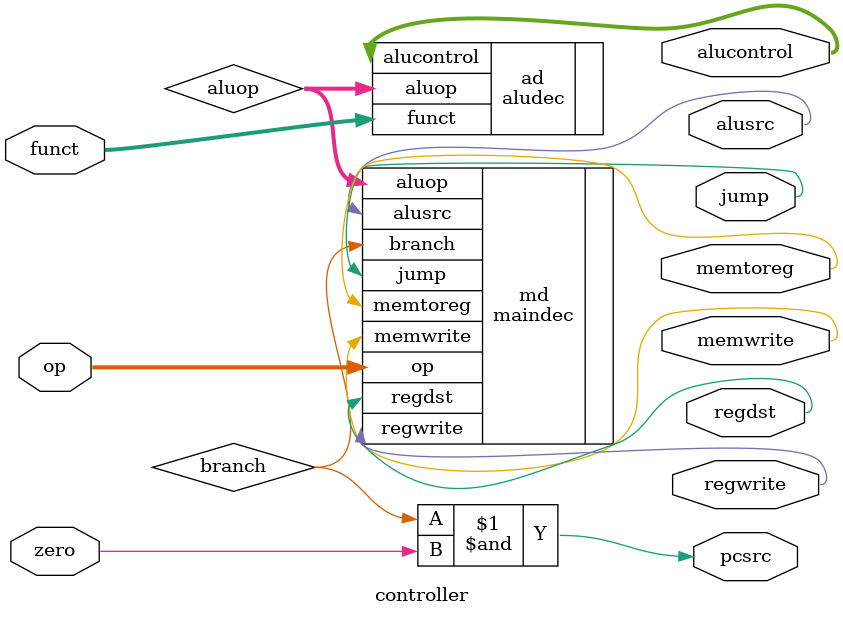
<source format=v>
`timescale 1ns/1ps
`include "aludec.v"
`include "maindec.v"

module controller (op, funct, zero, memtoreg, memwrite,
                    pcsrc, alusrc, regdst, regwrite,
                    jump, alucontrol );

    input [5:0] op, funct;
    input zero;
    output memtoreg, memwrite,
    pcsrc, alusrc,
    regdst, regwrite,
    jump;
    output [2:0] alucontrol;

    wire [1:0] aluop;
    wire branch;

    maindec md( .op(op),
                .memtoreg(memtoreg),
                .memwrite(memwrite),
                .branch(branch),
                .alusrc(alusrc),
                .regdst(regdst),
                .regwrite(regwrite),
                .jump(jump),
                .aluop(aluop)
                );

    aludec ad(  .funct(funct),
                .aluop(aluop),
                .alucontrol(alucontrol)
                );

    assign pcsrc = branch & zero;
endmodule

</source>
